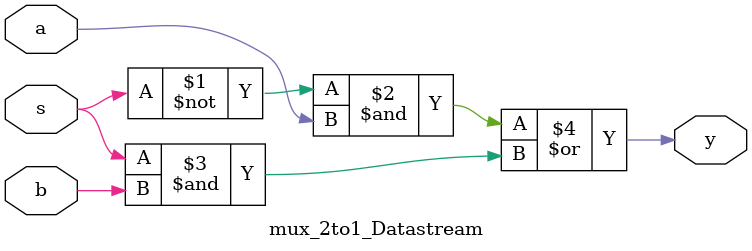
<source format=v>
module mux_2to1_Datastream (a, b, s, y);
    input a, b, s;
    output y;
    assign y = (~s & a) | (s & b);
endmodule
</source>
